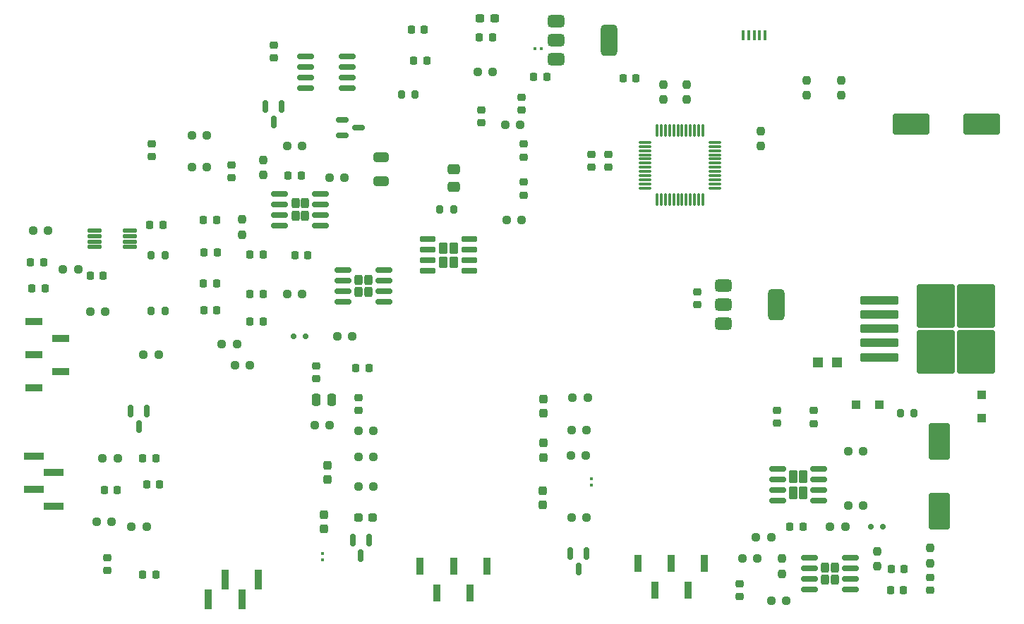
<source format=gbr>
%TF.GenerationSoftware,KiCad,Pcbnew,8.0.4*%
%TF.CreationDate,2024-09-30T00:09:27+07:00*%
%TF.ProjectId,Schematic_editted,53636865-6d61-4746-9963-5f6564697474,rev?*%
%TF.SameCoordinates,Original*%
%TF.FileFunction,Paste,Top*%
%TF.FilePolarity,Positive*%
%FSLAX46Y46*%
G04 Gerber Fmt 4.6, Leading zero omitted, Abs format (unit mm)*
G04 Created by KiCad (PCBNEW 8.0.4) date 2024-09-30 00:09:27*
%MOMM*%
%LPD*%
G01*
G04 APERTURE LIST*
G04 Aperture macros list*
%AMRoundRect*
0 Rectangle with rounded corners*
0 $1 Rounding radius*
0 $2 $3 $4 $5 $6 $7 $8 $9 X,Y pos of 4 corners*
0 Add a 4 corners polygon primitive as box body*
4,1,4,$2,$3,$4,$5,$6,$7,$8,$9,$2,$3,0*
0 Add four circle primitives for the rounded corners*
1,1,$1+$1,$2,$3*
1,1,$1+$1,$4,$5*
1,1,$1+$1,$6,$7*
1,1,$1+$1,$8,$9*
0 Add four rect primitives between the rounded corners*
20,1,$1+$1,$2,$3,$4,$5,0*
20,1,$1+$1,$4,$5,$6,$7,0*
20,1,$1+$1,$6,$7,$8,$9,0*
20,1,$1+$1,$8,$9,$2,$3,0*%
G04 Aperture macros list end*
%ADD10RoundRect,0.237500X-0.250000X-0.237500X0.250000X-0.237500X0.250000X0.237500X-0.250000X0.237500X0*%
%ADD11RoundRect,0.225000X0.250000X-0.225000X0.250000X0.225000X-0.250000X0.225000X-0.250000X-0.225000X0*%
%ADD12RoundRect,0.200000X-0.200000X-0.275000X0.200000X-0.275000X0.200000X0.275000X-0.200000X0.275000X0*%
%ADD13RoundRect,0.150000X-0.150000X0.587500X-0.150000X-0.587500X0.150000X-0.587500X0.150000X0.587500X0*%
%ADD14RoundRect,0.225000X-0.225000X-0.250000X0.225000X-0.250000X0.225000X0.250000X-0.225000X0.250000X0*%
%ADD15RoundRect,0.150000X-0.825000X-0.150000X0.825000X-0.150000X0.825000X0.150000X-0.825000X0.150000X0*%
%ADD16RoundRect,0.240000X-0.240000X-0.385000X0.240000X-0.385000X0.240000X0.385000X-0.240000X0.385000X0*%
%ADD17RoundRect,0.075000X-0.662500X-0.075000X0.662500X-0.075000X0.662500X0.075000X-0.662500X0.075000X0*%
%ADD18RoundRect,0.075000X-0.075000X-0.662500X0.075000X-0.662500X0.075000X0.662500X-0.075000X0.662500X0*%
%ADD19RoundRect,0.225000X-0.250000X0.225000X-0.250000X-0.225000X0.250000X-0.225000X0.250000X0.225000X0*%
%ADD20RoundRect,0.218750X-0.218750X-0.256250X0.218750X-0.256250X0.218750X0.256250X-0.218750X0.256250X0*%
%ADD21R,0.450000X1.300000*%
%ADD22RoundRect,0.237500X0.250000X0.237500X-0.250000X0.237500X-0.250000X-0.237500X0.250000X-0.237500X0*%
%ADD23RoundRect,0.237500X0.237500X-0.250000X0.237500X0.250000X-0.237500X0.250000X-0.237500X-0.250000X0*%
%ADD24RoundRect,0.237500X-0.237500X0.287500X-0.237500X-0.287500X0.237500X-0.287500X0.237500X0.287500X0*%
%ADD25RoundRect,0.237500X-0.237500X0.250000X-0.237500X-0.250000X0.237500X-0.250000X0.237500X0.250000X0*%
%ADD26RoundRect,0.218750X0.218750X0.256250X-0.218750X0.256250X-0.218750X-0.256250X0.218750X-0.256250X0*%
%ADD27RoundRect,0.150000X-0.587500X-0.150000X0.587500X-0.150000X0.587500X0.150000X-0.587500X0.150000X0*%
%ADD28R,0.900000X2.000000*%
%ADD29RoundRect,0.079500X-0.100500X0.079500X-0.100500X-0.079500X0.100500X-0.079500X0.100500X0.079500X0*%
%ADD30RoundRect,0.250000X1.000000X-1.950000X1.000000X1.950000X-1.000000X1.950000X-1.000000X-1.950000X0*%
%ADD31RoundRect,0.237500X0.287500X0.237500X-0.287500X0.237500X-0.287500X-0.237500X0.287500X-0.237500X0*%
%ADD32R,1.200000X1.250000*%
%ADD33RoundRect,0.225000X0.225000X0.250000X-0.225000X0.250000X-0.225000X-0.250000X0.225000X-0.250000X0*%
%ADD34RoundRect,0.079500X-0.079500X-0.100500X0.079500X-0.100500X0.079500X0.100500X-0.079500X0.100500X0*%
%ADD35RoundRect,0.200000X0.200000X0.275000X-0.200000X0.275000X-0.200000X-0.275000X0.200000X-0.275000X0*%
%ADD36RoundRect,0.250000X-0.250000X-0.475000X0.250000X-0.475000X0.250000X0.475000X-0.250000X0.475000X0*%
%ADD37R,0.850000X2.350000*%
%ADD38RoundRect,0.375000X-0.625000X-0.375000X0.625000X-0.375000X0.625000X0.375000X-0.625000X0.375000X0*%
%ADD39RoundRect,0.500000X-0.500000X-1.400000X0.500000X-1.400000X0.500000X1.400000X-0.500000X1.400000X0*%
%ADD40RoundRect,0.250000X-0.650000X0.325000X-0.650000X-0.325000X0.650000X-0.325000X0.650000X0.325000X0*%
%ADD41RoundRect,0.237500X0.300000X0.237500X-0.300000X0.237500X-0.300000X-0.237500X0.300000X-0.237500X0*%
%ADD42RoundRect,0.125000X0.687500X0.125000X-0.687500X0.125000X-0.687500X-0.125000X0.687500X-0.125000X0*%
%ADD43RoundRect,0.218750X-0.256250X0.218750X-0.256250X-0.218750X0.256250X-0.218750X0.256250X0.218750X0*%
%ADD44RoundRect,0.237500X0.237500X-0.287500X0.237500X0.287500X-0.237500X0.287500X-0.237500X-0.287500X0*%
%ADD45RoundRect,0.150000X-0.150000X-0.200000X0.150000X-0.200000X0.150000X0.200000X-0.150000X0.200000X0*%
%ADD46RoundRect,0.150000X-0.820000X-0.150000X0.820000X-0.150000X0.820000X0.150000X-0.820000X0.150000X0*%
%ADD47RoundRect,0.250000X-0.280000X-0.455000X0.280000X-0.455000X0.280000X0.455000X-0.280000X0.455000X0*%
%ADD48R,2.350000X0.850000*%
%ADD49RoundRect,0.150000X0.150000X0.200000X-0.150000X0.200000X-0.150000X-0.200000X0.150000X-0.200000X0*%
%ADD50RoundRect,0.218750X0.256250X-0.218750X0.256250X0.218750X-0.256250X0.218750X-0.256250X-0.218750X0*%
%ADD51RoundRect,0.250000X-2.050000X-0.300000X2.050000X-0.300000X2.050000X0.300000X-2.050000X0.300000X0*%
%ADD52RoundRect,0.250000X-2.025000X-2.375000X2.025000X-2.375000X2.025000X2.375000X-2.025000X2.375000X0*%
%ADD53RoundRect,0.250000X0.300000X-0.300000X0.300000X0.300000X-0.300000X0.300000X-0.300000X-0.300000X0*%
%ADD54RoundRect,0.250000X-0.255000X-0.545000X0.255000X-0.545000X0.255000X0.545000X-0.255000X0.545000X0*%
%ADD55RoundRect,0.250000X-0.300000X-0.300000X0.300000X-0.300000X0.300000X0.300000X-0.300000X0.300000X0*%
%ADD56RoundRect,0.250000X0.475000X-0.337500X0.475000X0.337500X-0.475000X0.337500X-0.475000X-0.337500X0*%
%ADD57R,2.000000X0.900000*%
%ADD58RoundRect,0.250000X1.950000X1.000000X-1.950000X1.000000X-1.950000X-1.000000X1.950000X-1.000000X0*%
G04 APERTURE END LIST*
D10*
%TO.C,R8*%
X178867000Y-133600000D03*
X180692000Y-133600000D03*
%TD*%
D11*
%TO.C,C4-1*%
X159100000Y-89167000D03*
X159100000Y-87617000D03*
%TD*%
D12*
%TO.C,R36*%
X106310900Y-106381400D03*
X107960900Y-106381400D03*
%TD*%
D13*
%TO.C,Q2*%
X132432000Y-133932500D03*
X130532000Y-133932500D03*
X131482000Y-135807500D03*
%TD*%
D14*
%TO.C,C14*%
X195017600Y-139950000D03*
X196567600Y-139950000D03*
%TD*%
D15*
%TO.C,U6*%
X126667000Y-92325000D03*
X126667000Y-93595000D03*
X126667000Y-94865000D03*
X126667000Y-96135000D03*
X121717000Y-96135000D03*
X121717000Y-94865000D03*
X121717000Y-93595000D03*
X121717000Y-92325000D03*
D16*
X124762000Y-94980000D03*
X124762000Y-93480000D03*
X123622000Y-94980000D03*
X123622000Y-93480000D03*
%TD*%
D10*
%TO.C,RV2*%
X98998700Y-106483000D03*
X100823700Y-106483000D03*
%TD*%
D17*
%TO.C,U4*%
X165605500Y-86150000D03*
X165605500Y-86650000D03*
X165605500Y-87150000D03*
X165605500Y-87650000D03*
X165605500Y-88150000D03*
X165605500Y-88650000D03*
X165605500Y-89150000D03*
X165605500Y-89650000D03*
X165605500Y-90150000D03*
X165605500Y-90650000D03*
X165605500Y-91150000D03*
X165605500Y-91650000D03*
D18*
X167018000Y-93062500D03*
X167518000Y-93062500D03*
X168018000Y-93062500D03*
X168518000Y-93062500D03*
X169018000Y-93062500D03*
X169518000Y-93062500D03*
X170018000Y-93062500D03*
X170518000Y-93062500D03*
X171018000Y-93062500D03*
X171518000Y-93062500D03*
X172018000Y-93062500D03*
X172518000Y-93062500D03*
D17*
X173930500Y-91650000D03*
X173930500Y-91150000D03*
X173930500Y-90650000D03*
X173930500Y-90150000D03*
X173930500Y-89650000D03*
X173930500Y-89150000D03*
X173930500Y-88650000D03*
X173930500Y-88150000D03*
X173930500Y-87650000D03*
X173930500Y-87150000D03*
X173930500Y-86650000D03*
X173930500Y-86150000D03*
D18*
X172518000Y-84737500D03*
X172018000Y-84737500D03*
X171518000Y-84737500D03*
X171018000Y-84737500D03*
X170518000Y-84737500D03*
X170018000Y-84737500D03*
X169518000Y-84737500D03*
X169018000Y-84737500D03*
X168518000Y-84737500D03*
X168018000Y-84737500D03*
X167518000Y-84737500D03*
X167018000Y-84737500D03*
%TD*%
D19*
%TO.C,C12*%
X199742000Y-138400000D03*
X199742000Y-139950000D03*
%TD*%
D20*
%TO.C,D7*%
X105324500Y-138060000D03*
X106899500Y-138060000D03*
%TD*%
D21*
%TO.C,J13*%
X177363000Y-73270000D03*
X178013000Y-73270000D03*
X178663000Y-73270000D03*
X179313000Y-73270000D03*
X179963000Y-73270000D03*
%TD*%
D22*
%TO.C,R26*%
X132987000Y-123944800D03*
X131162000Y-123944800D03*
%TD*%
D23*
%TO.C,R2\u002C2*%
X189072000Y-80518000D03*
X189072000Y-78693000D03*
%TD*%
D19*
%TO.C,C3*%
X176882000Y-139175000D03*
X176882000Y-140725000D03*
%TD*%
D11*
%TO.C,C2-1*%
X150972000Y-92482000D03*
X150972000Y-90932000D03*
%TD*%
D24*
%TO.C,D17*%
X153295000Y-127972000D03*
X153295000Y-129722000D03*
%TD*%
D25*
%TO.C,R23*%
X119732000Y-88237500D03*
X119732000Y-90062500D03*
%TD*%
D22*
%TO.C,R3\u002C1*%
X150614500Y-84074000D03*
X148789500Y-84074000D03*
%TD*%
D12*
%TO.C,R27*%
X196221063Y-118645763D03*
X197871063Y-118645763D03*
%TD*%
%TO.C,R34*%
X106324100Y-99675800D03*
X107974100Y-99675800D03*
%TD*%
D22*
%TO.C,R4\u002C1*%
X147312500Y-77724000D03*
X145487500Y-77724000D03*
%TD*%
D11*
%TO.C,C17*%
X115922000Y-90420000D03*
X115922000Y-88870000D03*
%TD*%
D22*
%TO.C,R3*%
X148942000Y-95500000D03*
X150767000Y-95500000D03*
%TD*%
D26*
%TO.C,POWER_LED1*%
X102257000Y-127900000D03*
X100682000Y-127900000D03*
%TD*%
D19*
%TO.C,C33*%
X126082000Y-113000000D03*
X126082000Y-114550000D03*
%TD*%
D11*
%TO.C,C11*%
X185772000Y-119910000D03*
X185772000Y-118360000D03*
%TD*%
D27*
%TO.C,Q5*%
X129287000Y-83440000D03*
X129287000Y-85340000D03*
X131162000Y-84390000D03*
%TD*%
D28*
%TO.C,J8*%
X164722000Y-136750000D03*
X166722000Y-139950000D03*
X168722000Y-136750000D03*
X170722000Y-139950000D03*
X172722000Y-136750000D03*
%TD*%
D10*
%TO.C,R17*%
X103937000Y-132330000D03*
X105762000Y-132330000D03*
%TD*%
D29*
%TO.C,POWER_LED2*%
X126879726Y-136249526D03*
X126879726Y-135559526D03*
%TD*%
D10*
%TO.C,R21*%
X122629500Y-86610000D03*
X124454500Y-86610000D03*
%TD*%
D11*
%TO.C,D2*%
X145892000Y-83833000D03*
X145892000Y-82283000D03*
%TD*%
D30*
%TO.C,C30*%
X200919063Y-130465763D03*
X200919063Y-122065763D03*
%TD*%
D22*
%TO.C,R28*%
X132987000Y-120820600D03*
X131162000Y-120820600D03*
%TD*%
D31*
%TO.C,D13*%
X132912000Y-131209200D03*
X131162000Y-131209200D03*
%TD*%
D32*
%TO.C,L1*%
X188607063Y-112549763D03*
X186307063Y-112549763D03*
%TD*%
D24*
%TO.C,D16*%
X153422000Y-116948400D03*
X153422000Y-118698400D03*
%TD*%
D23*
%TO.C,R6*%
X199742000Y-136695000D03*
X199742000Y-134870000D03*
%TD*%
D11*
%TO.C,C38*%
X106399300Y-87877800D03*
X106399300Y-86327800D03*
%TD*%
D33*
%TO.C,C22*%
X124317000Y-90150000D03*
X122767000Y-90150000D03*
%TD*%
D34*
%TO.C,104\u002C1*%
X153095000Y-74930000D03*
X152405000Y-74930000D03*
%TD*%
D22*
%TO.C,R38*%
X158701400Y-116782000D03*
X156876400Y-116782000D03*
%TD*%
D35*
%TO.C,R31*%
X142592000Y-94230000D03*
X140942000Y-94230000D03*
%TD*%
D33*
%TO.C,C15*%
X139062000Y-72640000D03*
X137512000Y-72640000D03*
%TD*%
D36*
%TO.C,C29*%
X126082000Y-117090000D03*
X127982000Y-117090000D03*
%TD*%
D22*
%TO.C,R1*%
X116610100Y-110369200D03*
X114785100Y-110369200D03*
%TD*%
D33*
%TO.C,C10*%
X196643800Y-137410000D03*
X195093800Y-137410000D03*
%TD*%
D14*
%TO.C,D1*%
X92022600Y-103708200D03*
X93572600Y-103708200D03*
%TD*%
D37*
%TO.C,J6*%
X119192000Y-138680000D03*
X117192000Y-141030000D03*
X115192000Y-138680000D03*
X113192000Y-141030000D03*
%TD*%
D38*
%TO.C,U1*%
X154934000Y-71614000D03*
X154934000Y-73914000D03*
D39*
X161234000Y-73914000D03*
D38*
X154934000Y-76214000D03*
%TD*%
D33*
%TO.C,C13*%
X139391600Y-76336000D03*
X137841600Y-76336000D03*
%TD*%
D13*
%TO.C,Q1*%
X105792000Y-118405000D03*
X103892000Y-118405000D03*
X104842000Y-120280000D03*
%TD*%
D15*
%TO.C,U7*%
X134257000Y-101485000D03*
X134257000Y-102755000D03*
X134257000Y-104025000D03*
X134257000Y-105295000D03*
X129307000Y-105295000D03*
X129307000Y-104025000D03*
X129307000Y-102755000D03*
X129307000Y-101485000D03*
D16*
X132352000Y-104140000D03*
X132352000Y-102640000D03*
X131212000Y-104140000D03*
X131212000Y-102640000D03*
%TD*%
D10*
%TO.C,R19*%
X111199500Y-89150000D03*
X113024500Y-89150000D03*
%TD*%
D19*
%TO.C,C1-1*%
X150972000Y-86360000D03*
X150972000Y-87910000D03*
%TD*%
D33*
%TO.C,C5*%
X147262500Y-73585500D03*
X145712500Y-73585500D03*
%TD*%
D40*
%TO.C,C31*%
X133905600Y-87903600D03*
X133905600Y-90853600D03*
%TD*%
D14*
%TO.C,C27*%
X118182000Y-107692000D03*
X119732000Y-107692000D03*
%TD*%
D41*
%TO.C,104\u002C3*%
X147505826Y-71303426D03*
X145780826Y-71303426D03*
%TD*%
D42*
%TO.C,U2*%
X99562400Y-98720400D03*
X99562400Y-98070400D03*
X99562400Y-97420400D03*
X99562400Y-96770400D03*
X103787400Y-96770400D03*
X103787400Y-97420400D03*
X103787400Y-98070400D03*
X103787400Y-98720400D03*
%TD*%
D14*
%TO.C,C26*%
X118182000Y-104390000D03*
X119732000Y-104390000D03*
%TD*%
D25*
%TO.C,R16*%
X117192000Y-95432200D03*
X117192000Y-97257200D03*
%TD*%
D10*
%TO.C,R30*%
X189950063Y-123217763D03*
X191775063Y-123217763D03*
%TD*%
D23*
%TO.C,R3\u002C4*%
X170530000Y-81026000D03*
X170530000Y-79201000D03*
%TD*%
D43*
%TO.C,D8*%
X101032000Y-136002500D03*
X101032000Y-137577500D03*
%TD*%
D38*
%TO.C,U11*%
X175002000Y-103360000D03*
X175002000Y-105660000D03*
D39*
X181302000Y-105660000D03*
D38*
X175002000Y-107960000D03*
%TD*%
D44*
%TO.C,D15*%
X153396600Y-123970200D03*
X153396600Y-122220200D03*
%TD*%
D25*
%TO.C,R9*%
X193392000Y-135227500D03*
X193392000Y-137052500D03*
%TD*%
D11*
%TO.C,C37*%
X121041600Y-76005800D03*
X121041600Y-74455800D03*
%TD*%
D19*
%TO.C,C16*%
X181438652Y-118335252D03*
X181438652Y-119885252D03*
%TD*%
D14*
%TO.C,C6*%
X99020300Y-102190400D03*
X100570300Y-102190400D03*
%TD*%
D13*
%TO.C,Q3*%
X158522400Y-135552600D03*
X156622400Y-135552600D03*
X157572400Y-137427600D03*
%TD*%
D26*
%TO.C,SW1*%
X153764200Y-78308200D03*
X152189200Y-78308200D03*
%TD*%
D45*
%TO.C,D5*%
X194092000Y-132330000D03*
X192692000Y-132330000D03*
%TD*%
D44*
%TO.C,D10*%
X127082926Y-132585126D03*
X127082926Y-130835126D03*
%TD*%
D22*
%TO.C,R12*%
X191764500Y-129790000D03*
X189939500Y-129790000D03*
%TD*%
D10*
%TO.C,R7*%
X92149500Y-96770000D03*
X93974500Y-96770000D03*
%TD*%
D22*
%TO.C,R29*%
X127739526Y-120127726D03*
X125914526Y-120127726D03*
%TD*%
D12*
%TO.C,R32*%
X136332400Y-80437800D03*
X137982400Y-80437800D03*
%TD*%
D22*
%TO.C,R5*%
X182517000Y-141220000D03*
X180692000Y-141220000D03*
%TD*%
D23*
%TO.C,R2\u002C1*%
X179420000Y-86614000D03*
X179420000Y-84789000D03*
%TD*%
D14*
%TO.C,C19*%
X123542000Y-99727500D03*
X125092000Y-99727500D03*
%TD*%
D22*
%TO.C,R37*%
X158578200Y-120668200D03*
X156753200Y-120668200D03*
%TD*%
D10*
%TO.C,R20*%
X127709500Y-90420000D03*
X129534500Y-90420000D03*
%TD*%
D46*
%TO.C,U10*%
X144457000Y-97800000D03*
X144457000Y-99070000D03*
X144457000Y-100340000D03*
X144457000Y-101610000D03*
X139497000Y-101610000D03*
X139497000Y-100340000D03*
X139497000Y-99070000D03*
X139497000Y-97800000D03*
D47*
X142632000Y-100580000D03*
X142632000Y-98830000D03*
X141322000Y-100580000D03*
X141322000Y-98830000D03*
%TD*%
D10*
%TO.C,RV3*%
X111199500Y-85340000D03*
X113024500Y-85340000D03*
%TD*%
%TO.C,R15*%
X99769500Y-131710000D03*
X101594500Y-131710000D03*
%TD*%
%TO.C,R2*%
X187757000Y-132330000D03*
X189582000Y-132330000D03*
%TD*%
D13*
%TO.C,Q4*%
X121952000Y-81862500D03*
X120052000Y-81862500D03*
X121002000Y-83737500D03*
%TD*%
D14*
%TO.C,C21*%
X112607000Y-103120000D03*
X114157000Y-103120000D03*
%TD*%
D48*
%TO.C,J2*%
X92289100Y-123825600D03*
X94639100Y-125825600D03*
X92289100Y-127825600D03*
X94639100Y-129825600D03*
%TD*%
D23*
%TO.C,RV1*%
X181962000Y-137965000D03*
X181962000Y-136140000D03*
%TD*%
D29*
%TO.C,POWER_LED3*%
X159102000Y-127275000D03*
X159102000Y-126585000D03*
%TD*%
D14*
%TO.C,C4*%
X130882000Y-113280000D03*
X132432000Y-113280000D03*
%TD*%
D49*
%TO.C,D9*%
X123412000Y-109470000D03*
X124812000Y-109470000D03*
%TD*%
D20*
%TO.C,D4*%
X91870400Y-100580000D03*
X93445400Y-100580000D03*
%TD*%
D14*
%TO.C,C8*%
X105762000Y-127250000D03*
X107312000Y-127250000D03*
%TD*%
%TO.C,C20*%
X112683800Y-99360800D03*
X114233800Y-99360800D03*
%TD*%
D10*
%TO.C,R13*%
X100477000Y-124090000D03*
X102302000Y-124090000D03*
%TD*%
D22*
%TO.C,R22*%
X124454500Y-104390000D03*
X122629500Y-104390000D03*
%TD*%
D23*
%TO.C,R3\u002C3*%
X184959100Y-80518000D03*
X184959100Y-78693000D03*
%TD*%
D14*
%TO.C,C7*%
X182952000Y-132330000D03*
X184502000Y-132330000D03*
%TD*%
D10*
%TO.C,R18*%
X116372800Y-112923900D03*
X118197800Y-112923900D03*
%TD*%
D22*
%TO.C,R33*%
X158550900Y-131209200D03*
X156725900Y-131209200D03*
%TD*%
D15*
%TO.C,Q6*%
X129827000Y-75815000D03*
X129827000Y-77085000D03*
X129827000Y-78355000D03*
X129827000Y-79625000D03*
X124877000Y-79625000D03*
X124877000Y-78355000D03*
X124877000Y-77085000D03*
X124877000Y-75815000D03*
%TD*%
D11*
%TO.C,C32*%
X171802000Y-105660000D03*
X171802000Y-104110000D03*
%TD*%
D19*
%TO.C,C36*%
X131162000Y-116810000D03*
X131162000Y-118360000D03*
%TD*%
D50*
%TO.C,D3*%
X150718000Y-82296000D03*
X150718000Y-80721000D03*
%TD*%
D10*
%TO.C,R4*%
X95731300Y-101428400D03*
X97556300Y-101428400D03*
%TD*%
D51*
%TO.C,U8*%
X193711237Y-105149237D03*
X193711237Y-106849237D03*
X193711237Y-108549237D03*
D52*
X200436237Y-105774237D03*
X200436237Y-111324237D03*
X205286237Y-105774237D03*
X205286237Y-111324237D03*
D51*
X193711237Y-110249237D03*
X193711237Y-111949237D03*
%TD*%
D15*
%TO.C,U3*%
X190217000Y-136025000D03*
X190217000Y-137295000D03*
X190217000Y-138565000D03*
X190217000Y-139835000D03*
X185267000Y-139835000D03*
X185267000Y-138565000D03*
X185267000Y-137295000D03*
X185267000Y-136025000D03*
D16*
X188312000Y-138680000D03*
X188312000Y-137180000D03*
X187172000Y-138680000D03*
X187172000Y-137180000D03*
%TD*%
D53*
%TO.C,D11*%
X205999063Y-119283763D03*
X205999063Y-116483763D03*
%TD*%
D15*
%TO.C,U5*%
X186407000Y-125345000D03*
X186407000Y-126615000D03*
X186407000Y-127885000D03*
X186407000Y-129155000D03*
X181457000Y-129155000D03*
X181457000Y-127885000D03*
X181457000Y-126615000D03*
X181457000Y-125345000D03*
D54*
X184532000Y-128200000D03*
X184532000Y-126300000D03*
X183332000Y-128200000D03*
X183332000Y-126300000D03*
%TD*%
D20*
%TO.C,D19*%
X106170500Y-96069000D03*
X107745500Y-96069000D03*
%TD*%
D55*
%TO.C,D14*%
X190883063Y-117629763D03*
X193683063Y-117629763D03*
%TD*%
D25*
%TO.C,R14*%
X167736000Y-79201000D03*
X167736000Y-81026000D03*
%TD*%
D56*
%TO.C,C28*%
X142592000Y-91457500D03*
X142592000Y-89382500D03*
%TD*%
D22*
%TO.C,R11*%
X107210000Y-111610600D03*
X105385000Y-111610600D03*
%TD*%
D57*
%TO.C,J7*%
X92277100Y-115664600D03*
X95477100Y-113664600D03*
X92277100Y-111664600D03*
X95477100Y-109664600D03*
X92277100Y-107664600D03*
%TD*%
D22*
%TO.C,R10*%
X179064500Y-136140000D03*
X177239500Y-136140000D03*
%TD*%
D44*
%TO.C,D12*%
X127514726Y-126655526D03*
X127514726Y-124905526D03*
%TD*%
D22*
%TO.C,R35*%
X158476600Y-123741600D03*
X156651600Y-123741600D03*
%TD*%
D33*
%TO.C,C23*%
X114208400Y-106345800D03*
X112658400Y-106345800D03*
%TD*%
%TO.C,C18*%
X114157000Y-95500000D03*
X112607000Y-95500000D03*
%TD*%
D28*
%TO.C,J9*%
X138592000Y-137080000D03*
X140592000Y-140280000D03*
X142592000Y-137080000D03*
X144592000Y-140280000D03*
X146592000Y-137080000D03*
%TD*%
D22*
%TO.C,R24*%
X130447000Y-109470000D03*
X128622000Y-109470000D03*
%TD*%
D11*
%TO.C,C3-1*%
X161132000Y-89167000D03*
X161132000Y-87617000D03*
%TD*%
D58*
%TO.C,C25*%
X205930237Y-83930237D03*
X197530237Y-83930237D03*
%TD*%
D14*
%TO.C,104\u002C5*%
X162910000Y-78486000D03*
X164460000Y-78486000D03*
%TD*%
D26*
%TO.C,D6*%
X106899500Y-124090000D03*
X105324500Y-124090000D03*
%TD*%
D14*
%TO.C,C24*%
X118182000Y-99610800D03*
X119732000Y-99610800D03*
%TD*%
D22*
%TO.C,R25*%
X132987000Y-127500800D03*
X131162000Y-127500800D03*
%TD*%
M02*

</source>
